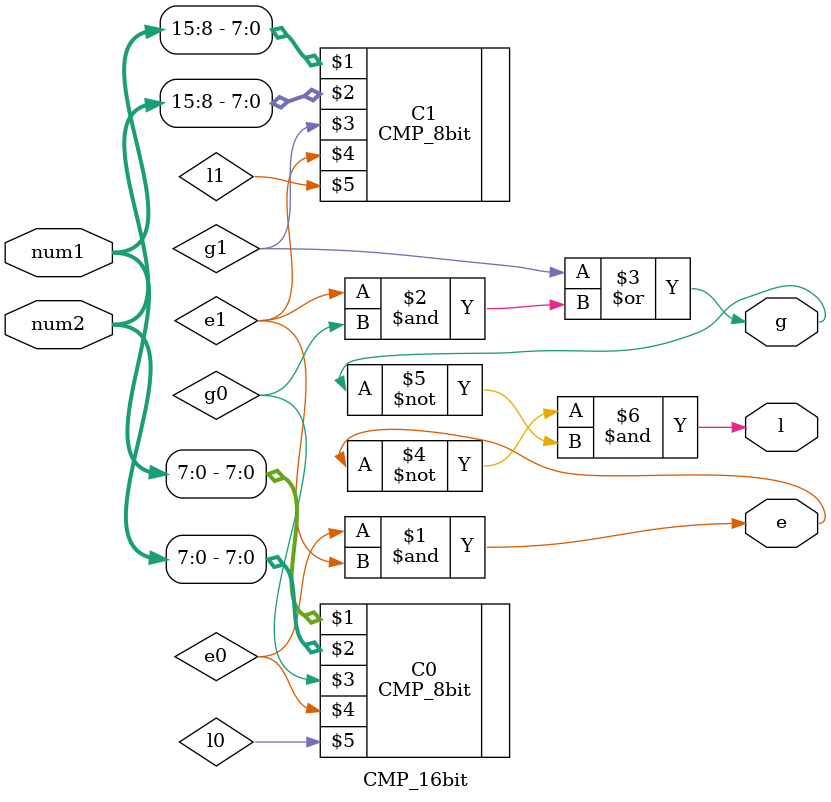
<source format=v>




module CMP_16bit #(
    parameter N = 16
) (
    input [N-1:0] num1,num2,
    output g,e,l
);


wire e0,e1,g0,g1,l0,l1;


CMP_8bit C0 (num1[N/2-1:0],num2[N/2-1:0],g0,e0,l0);
CMP_8bit C1 (num1[N-1:N/2],num2[N-1:N/2],g1,e1,l1);

assign e = e0 & e1;
assign g = g1 | (e1 & g0);
assign l = ~e & ~g; 

endmodule
</source>
